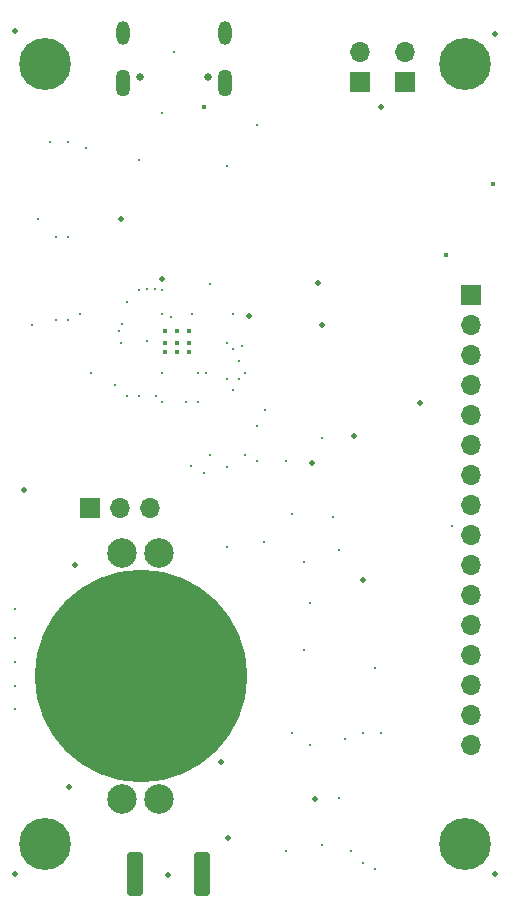
<source format=gbs>
G04 #@! TF.GenerationSoftware,KiCad,Pcbnew,8.0.1*
G04 #@! TF.CreationDate,2024-06-04T12:50:10-04:00*
G04 #@! TF.ProjectId,node_v3_1,6e6f6465-5f76-4335-9f31-2e6b69636164,rev?*
G04 #@! TF.SameCoordinates,Original*
G04 #@! TF.FileFunction,Soldermask,Bot*
G04 #@! TF.FilePolarity,Negative*
%FSLAX46Y46*%
G04 Gerber Fmt 4.6, Leading zero omitted, Abs format (unit mm)*
G04 Created by KiCad (PCBNEW 8.0.1) date 2024-06-04 12:50:10*
%MOMM*%
%LPD*%
G01*
G04 APERTURE LIST*
G04 Aperture macros list*
%AMRoundRect*
0 Rectangle with rounded corners*
0 $1 Rounding radius*
0 $2 $3 $4 $5 $6 $7 $8 $9 X,Y pos of 4 corners*
0 Add a 4 corners polygon primitive as box body*
4,1,4,$2,$3,$4,$5,$6,$7,$8,$9,$2,$3,0*
0 Add four circle primitives for the rounded corners*
1,1,$1+$1,$2,$3*
1,1,$1+$1,$4,$5*
1,1,$1+$1,$6,$7*
1,1,$1+$1,$8,$9*
0 Add four rect primitives between the rounded corners*
20,1,$1+$1,$2,$3,$4,$5,0*
20,1,$1+$1,$4,$5,$6,$7,0*
20,1,$1+$1,$6,$7,$8,$9,0*
20,1,$1+$1,$8,$9,$2,$3,0*%
G04 Aperture macros list end*
%ADD10C,4.400000*%
%ADD11R,1.700000X1.700000*%
%ADD12O,1.700000X1.700000*%
%ADD13RoundRect,0.250000X-0.425000X-1.600000X0.425000X-1.600000X0.425000X1.600000X-0.425000X1.600000X0*%
%ADD14C,0.650000*%
%ADD15O,1.254000X2.304000*%
%ADD16O,1.104000X2.004000*%
%ADD17C,18.004000*%
%ADD18C,2.504000*%
%ADD19C,0.304800*%
%ADD20C,0.508000*%
%ADD21C,0.406400*%
%ADD22C,0.250000*%
G04 APERTURE END LIST*
D10*
X167640000Y-121920000D03*
X132080000Y-121920000D03*
X167640000Y-55880000D03*
X132080000Y-55880000D03*
D11*
X162560000Y-57409000D03*
D12*
X162560000Y-54869000D03*
D11*
X158750000Y-57404000D03*
D12*
X158750000Y-54864000D03*
D13*
X145319000Y-124464000D03*
X139669000Y-124464000D03*
D11*
X168148000Y-75438000D03*
D12*
X168148000Y-77978000D03*
X168148000Y-80518000D03*
X168148000Y-83058000D03*
X168148000Y-85598000D03*
X168148000Y-88138000D03*
X168148000Y-90678000D03*
X168148000Y-93218000D03*
X168148000Y-95758000D03*
X168148000Y-98298000D03*
X168148000Y-100838000D03*
X168148000Y-103378000D03*
X168148000Y-105918000D03*
X168148000Y-108458000D03*
X168148000Y-110998000D03*
X168148000Y-113538000D03*
D11*
X135890000Y-93472000D03*
D12*
X138430000Y-93472000D03*
X140970000Y-93472000D03*
D14*
X145892000Y-56930000D03*
X140112000Y-56930000D03*
D15*
X147322000Y-57430000D03*
X138682000Y-57430000D03*
D16*
X147322000Y-53250000D03*
X138682000Y-53250000D03*
D17*
X140208000Y-107696000D03*
D18*
X141708000Y-118096000D03*
X138608000Y-118096000D03*
X138608000Y-97296000D03*
X141708000Y-97296000D03*
D19*
X143002000Y-54864000D03*
X156464000Y-94234000D03*
D20*
X134112000Y-117094000D03*
X154940000Y-118110000D03*
X147574000Y-121412000D03*
X159004000Y-99568000D03*
X134620000Y-98298000D03*
X130302000Y-91948000D03*
X163830000Y-84582000D03*
X158242000Y-87376000D03*
X154686000Y-89662000D03*
X149352000Y-77216000D03*
X155194000Y-74422000D03*
X129540000Y-53086000D03*
X170180000Y-53340000D03*
X170180000Y-124460000D03*
X129540000Y-124460000D03*
D21*
X142240000Y-79502000D03*
X144272000Y-79502000D03*
X144272000Y-80264000D03*
X143256000Y-80264000D03*
X142240000Y-80264000D03*
X143256000Y-79502000D03*
X142240000Y-78486000D03*
X143256000Y-78486000D03*
X144272000Y-78486000D03*
X166000000Y-72000000D03*
X170000000Y-66000000D03*
D22*
X150000000Y-61000000D03*
X142000000Y-60000000D03*
X138000000Y-83000000D03*
X144402157Y-89925526D03*
X150611278Y-96361972D03*
X157000000Y-97000000D03*
X131000000Y-78000000D03*
X136000000Y-82000000D03*
X160000000Y-107000000D03*
X139000000Y-84000000D03*
X140000000Y-84000000D03*
X153000000Y-94000000D03*
X150658491Y-85151737D03*
X152500000Y-122500000D03*
X157000000Y-118000000D03*
X160500000Y-112500000D03*
X155500000Y-122000000D03*
X147500000Y-96774000D03*
D19*
X158000000Y-122500000D03*
X159000000Y-112500000D03*
D22*
X146000000Y-89000000D03*
X154000000Y-105500000D03*
X166500000Y-95000000D03*
X155500000Y-87500000D03*
X147500000Y-79500000D03*
X148750000Y-79750000D03*
X152500000Y-89500000D03*
D19*
X154519000Y-113500000D03*
D22*
X154000000Y-98000000D03*
D19*
X146000000Y-74500000D03*
D22*
X150000000Y-89500000D03*
X150000000Y-86500000D03*
X149000000Y-89000000D03*
X147500000Y-90000000D03*
X145500000Y-90500000D03*
X141500000Y-84000000D03*
X148000000Y-83500000D03*
X145677172Y-82033827D03*
X129500000Y-110500000D03*
X129500000Y-108500000D03*
X129500000Y-106500000D03*
X129500000Y-104500000D03*
X129500000Y-102000000D03*
X140715690Y-79277330D03*
X154500000Y-101500000D03*
X145000000Y-84500000D03*
X144000000Y-84500000D03*
X148500000Y-82500000D03*
X147500000Y-82500000D03*
X149000000Y-82000000D03*
X148500000Y-81000000D03*
X148000000Y-80000000D03*
X139000000Y-76000000D03*
X138603279Y-77896721D03*
X133000000Y-77500000D03*
X135000000Y-77000000D03*
X134000000Y-77500000D03*
X138500000Y-79500000D03*
X138297438Y-78500000D03*
X142000000Y-82000000D03*
X142000000Y-84500000D03*
X147500000Y-64500000D03*
X148000000Y-77000000D03*
X144500000Y-77000000D03*
X145000000Y-82000000D03*
X140000000Y-64000000D03*
X132500000Y-62500000D03*
X134000000Y-62500000D03*
X135500000Y-63000000D03*
X131500000Y-69000000D03*
X133000000Y-70500000D03*
X134000000Y-70500000D03*
X142000000Y-77000000D03*
X142725720Y-77249688D03*
X141359786Y-74877313D03*
X140676245Y-74953262D03*
X142000000Y-75000000D03*
X140000000Y-75000000D03*
D19*
X159000000Y-123500000D03*
X157500000Y-113000000D03*
X160000000Y-124000000D03*
X153000000Y-112500000D03*
D20*
X142500000Y-124500000D03*
X147000000Y-115000000D03*
X138500000Y-69000000D03*
X142000000Y-74025500D03*
X155500000Y-78000000D03*
X160500000Y-59500000D03*
D21*
X145500000Y-59500000D03*
M02*

</source>
